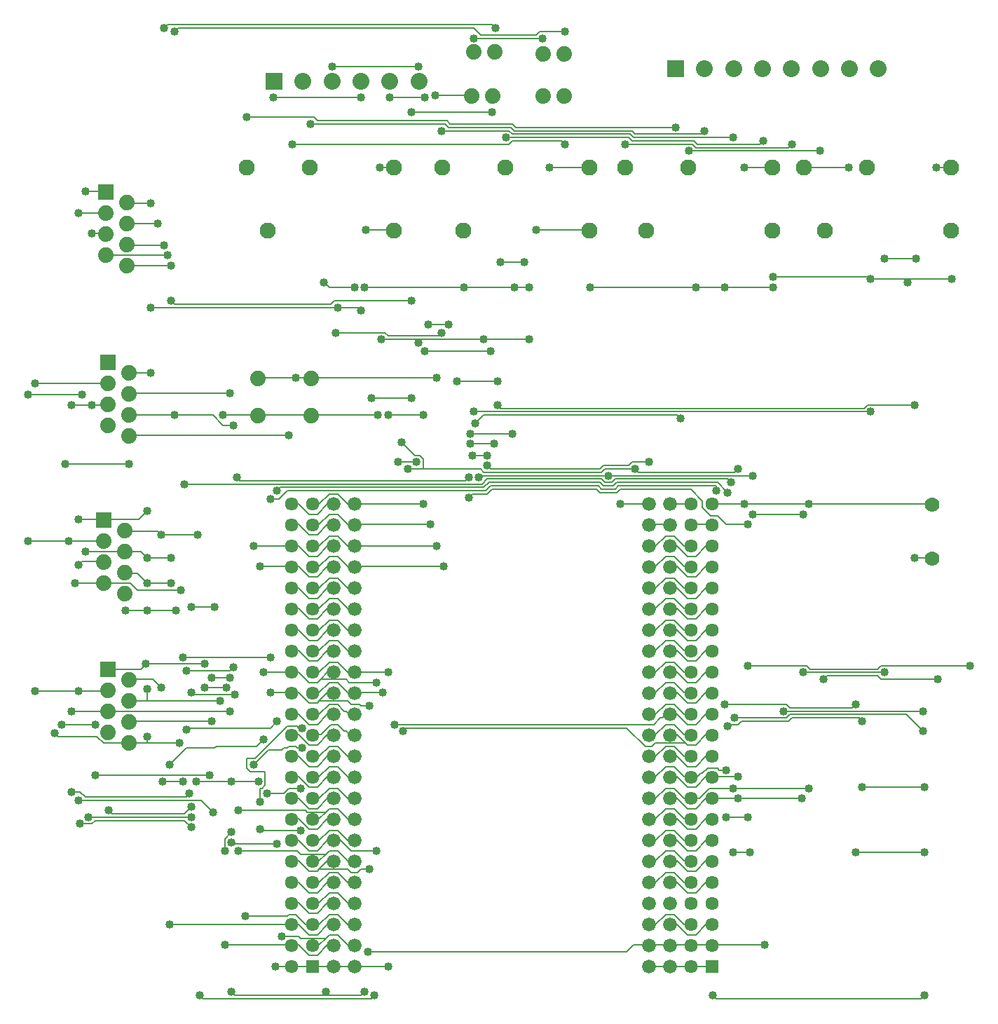
<source format=gbl>
G75*
G70*
%OFA0B0*%
%FSLAX24Y24*%
%IPPOS*%
%LPD*%
%AMOC8*
5,1,8,0,0,1.08239X$1,22.5*
%
%ADD10C,0.0660*%
%ADD11R,0.0800X0.0800*%
%ADD12C,0.0800*%
%ADD13C,0.0740*%
%ADD14C,0.0700*%
%ADD15R,0.0740X0.0740*%
%ADD16C,0.0768*%
%ADD17R,0.0634X0.0634*%
%ADD18C,0.0634*%
%ADD19C,0.0080*%
%ADD20C,0.0400*%
D10*
X017875Y007625D03*
X017875Y008625D03*
X017875Y009625D03*
X017875Y010625D03*
X017875Y011625D03*
X017875Y012625D03*
X017875Y013625D03*
X017875Y014625D03*
X017875Y015625D03*
X017875Y016625D03*
X017875Y017625D03*
X017875Y018625D03*
X017875Y019625D03*
X017875Y020625D03*
X017875Y021625D03*
X017875Y022625D03*
X017875Y023625D03*
X017875Y024625D03*
X017875Y025625D03*
X017875Y026625D03*
X017875Y027625D03*
X017875Y028625D03*
X017875Y029625D03*
X018875Y029625D03*
X018875Y028625D03*
X018875Y027625D03*
X018875Y026625D03*
X018875Y025625D03*
X018875Y024625D03*
X018875Y023625D03*
X018875Y022625D03*
X018875Y021625D03*
X018875Y020625D03*
X018875Y019625D03*
X018875Y018625D03*
X018875Y017625D03*
X018875Y016625D03*
X018875Y015625D03*
X018875Y014625D03*
X018875Y013625D03*
X018875Y012625D03*
X018875Y011625D03*
X018875Y010625D03*
X018875Y009625D03*
X018875Y008625D03*
X018875Y007625D03*
X032875Y007625D03*
X032875Y008625D03*
X032875Y009625D03*
X032875Y010625D03*
X032875Y011625D03*
X032875Y012625D03*
X032875Y013625D03*
X032875Y014625D03*
X032875Y015625D03*
X032875Y016625D03*
X032875Y017625D03*
X032875Y018625D03*
X032875Y019625D03*
X032875Y020625D03*
X032875Y021625D03*
X032875Y022625D03*
X032875Y023625D03*
X032875Y024625D03*
X032875Y025625D03*
X032875Y026625D03*
X032875Y027625D03*
X032875Y028625D03*
X032875Y029625D03*
X033875Y029625D03*
X033875Y028625D03*
X033875Y027625D03*
X033875Y026625D03*
X033875Y025625D03*
X033875Y024625D03*
X033875Y023625D03*
X033875Y022625D03*
X033875Y021625D03*
X033875Y020625D03*
X033875Y019625D03*
X033875Y018625D03*
X033875Y017625D03*
X033875Y016625D03*
X033875Y015625D03*
X033875Y014625D03*
X033875Y013625D03*
X033875Y012625D03*
X033875Y011625D03*
X033875Y010625D03*
X033875Y009625D03*
X033875Y008625D03*
X033875Y007625D03*
D11*
X015025Y049725D03*
X034125Y050325D03*
D12*
X035503Y050325D03*
X036881Y050325D03*
X038259Y050325D03*
X039637Y050325D03*
X041015Y050325D03*
X042393Y050325D03*
X043771Y050325D03*
X021915Y049725D03*
X020537Y049725D03*
X019159Y049725D03*
X017781Y049725D03*
X016403Y049725D03*
D13*
X024425Y049025D03*
X025425Y049025D03*
X025525Y051125D03*
X024525Y051125D03*
X027825Y051025D03*
X028825Y051025D03*
X028825Y049025D03*
X027825Y049025D03*
X016805Y035615D03*
X016805Y033835D03*
X014245Y033835D03*
X014245Y035615D03*
X008125Y035875D03*
X008125Y034875D03*
X008125Y033875D03*
X008125Y032875D03*
X007125Y033375D03*
X007125Y034375D03*
X007125Y035375D03*
X008025Y040975D03*
X008025Y041975D03*
X008025Y042975D03*
X008025Y043975D03*
X007025Y043475D03*
X007025Y042475D03*
X007025Y041475D03*
X007925Y028375D03*
X007925Y027375D03*
X007925Y026375D03*
X007925Y025375D03*
X006925Y025875D03*
X006925Y026875D03*
X006925Y027875D03*
X008125Y021275D03*
X008125Y020275D03*
X008125Y019275D03*
X008125Y018275D03*
X007125Y018775D03*
X007125Y019775D03*
X007125Y020775D03*
D14*
X046325Y027045D03*
X046325Y029605D03*
D15*
X006925Y028875D03*
X007125Y021775D03*
X007125Y036375D03*
X007025Y044475D03*
D16*
X013725Y045625D03*
X016725Y045625D03*
X014725Y042625D03*
X020725Y042625D03*
X020725Y045625D03*
X023025Y045625D03*
X026025Y045625D03*
X024025Y042625D03*
X030025Y042625D03*
X032725Y042625D03*
X031725Y045625D03*
X030025Y045625D03*
X034725Y045625D03*
X038725Y045625D03*
X040225Y045625D03*
X043225Y045625D03*
X041225Y042625D03*
X038725Y042625D03*
X047225Y042625D03*
X047225Y045625D03*
D17*
X035875Y007625D03*
X016875Y007625D03*
D18*
X016875Y008625D03*
X016875Y009625D03*
X016875Y010625D03*
X016875Y011625D03*
X016875Y012625D03*
X016875Y013625D03*
X016875Y014625D03*
X016875Y015625D03*
X016875Y016625D03*
X016875Y017625D03*
X016875Y018625D03*
X016875Y019625D03*
X016875Y020625D03*
X016875Y021625D03*
X016875Y022625D03*
X016875Y023625D03*
X016875Y024625D03*
X016875Y025625D03*
X016875Y026625D03*
X016875Y027625D03*
X016875Y028625D03*
X016875Y029625D03*
X015875Y029625D03*
X015875Y028625D03*
X015875Y027625D03*
X015875Y026625D03*
X015875Y025625D03*
X015875Y024625D03*
X015875Y023625D03*
X015875Y022625D03*
X015875Y021625D03*
X015875Y020625D03*
X015875Y019625D03*
X015875Y018625D03*
X015875Y017625D03*
X015875Y016625D03*
X015875Y015625D03*
X015875Y014625D03*
X015875Y013625D03*
X015875Y012625D03*
X015875Y011625D03*
X015875Y010625D03*
X015875Y009625D03*
X015875Y008625D03*
X015875Y007625D03*
X034875Y007625D03*
X034875Y008625D03*
X034875Y009625D03*
X034875Y010625D03*
X034875Y011625D03*
X034875Y012625D03*
X034875Y013625D03*
X034875Y014625D03*
X034875Y015625D03*
X034875Y016625D03*
X034875Y017625D03*
X034875Y018625D03*
X034875Y019625D03*
X034875Y020625D03*
X034875Y021625D03*
X034875Y022625D03*
X034875Y023625D03*
X034875Y024625D03*
X034875Y025625D03*
X034875Y026625D03*
X034875Y027625D03*
X034875Y028625D03*
X034875Y029625D03*
X035875Y029625D03*
X035875Y028625D03*
X035875Y027625D03*
X035875Y026625D03*
X035875Y025625D03*
X035875Y024625D03*
X035875Y023625D03*
X035875Y022625D03*
X035875Y021625D03*
X035875Y020625D03*
X035875Y019625D03*
X035875Y018625D03*
X035875Y017625D03*
X035875Y016625D03*
X035875Y015625D03*
X035875Y014625D03*
X035875Y013625D03*
X035875Y012625D03*
X035875Y011625D03*
X035875Y010625D03*
X035875Y009625D03*
X035875Y008625D03*
D19*
X035885Y008665D01*
X038365Y008665D01*
X035875Y008625D02*
X035805Y008665D01*
X034925Y008665D01*
X034875Y008625D01*
X034845Y008665D01*
X033885Y008665D01*
X033875Y008625D01*
X033805Y008665D01*
X032925Y008665D01*
X032875Y008625D01*
X032845Y008665D01*
X032125Y008665D01*
X031805Y008345D01*
X019485Y008345D01*
X018875Y008625D02*
X018845Y008665D01*
X018525Y008665D01*
X018045Y009145D01*
X017645Y009145D01*
X017485Y008985D01*
X016285Y008985D01*
X016205Y009065D01*
X015405Y009065D01*
X015805Y008665D02*
X015875Y008625D01*
X015885Y008665D01*
X016205Y008665D01*
X016685Y008185D01*
X017085Y008185D01*
X017565Y008665D01*
X017805Y008665D01*
X017875Y008625D01*
X017485Y008985D02*
X017165Y008665D01*
X016925Y008665D01*
X016875Y008625D01*
X016685Y009145D02*
X016205Y009625D01*
X015875Y009625D01*
X010045Y009625D01*
X012685Y008665D02*
X015805Y008665D01*
X016685Y009145D02*
X017085Y009145D01*
X017565Y009625D01*
X017875Y009625D01*
X018045Y010105D02*
X017645Y010105D01*
X017165Y009625D01*
X016875Y009625D01*
X016525Y009625D01*
X016045Y010105D01*
X015725Y010105D01*
X015645Y010025D01*
X013645Y010025D01*
X015875Y010625D02*
X015885Y010665D01*
X016205Y010665D01*
X016685Y010185D01*
X017085Y010185D01*
X017565Y010665D01*
X017805Y010665D01*
X017875Y010625D01*
X018045Y010105D02*
X018525Y009625D01*
X018875Y009625D01*
X018875Y010625D02*
X018845Y010665D01*
X018525Y010665D01*
X018045Y011145D01*
X017645Y011145D01*
X017165Y010665D01*
X016925Y010665D01*
X016875Y010625D01*
X016685Y011145D02*
X016205Y011625D01*
X015875Y011625D01*
X015875Y012625D02*
X015885Y012665D01*
X016205Y012665D01*
X016685Y012185D01*
X017085Y012185D01*
X017165Y012265D01*
X018525Y012265D01*
X018685Y012105D01*
X019005Y012105D01*
X019165Y012265D01*
X019565Y012265D01*
X018875Y012625D02*
X018845Y012665D01*
X018525Y012665D01*
X018045Y013145D01*
X017645Y013145D01*
X017485Y012985D01*
X016285Y012985D01*
X016125Y013145D01*
X013325Y013145D01*
X013085Y013465D02*
X015165Y013465D01*
X015875Y013625D02*
X016205Y013625D01*
X016685Y013145D01*
X017085Y013145D01*
X017565Y013625D01*
X017875Y013625D01*
X018205Y013625D01*
X018685Y013145D01*
X019885Y013145D01*
X018875Y013625D02*
X018525Y013625D01*
X018045Y014105D01*
X017645Y014105D01*
X017165Y013625D01*
X016875Y013625D01*
X016685Y014185D02*
X016205Y014665D01*
X015885Y014665D01*
X015875Y014625D01*
X016285Y014105D02*
X014445Y014105D01*
X014365Y014185D01*
X013325Y015065D02*
X016525Y015065D01*
X016605Y014985D01*
X017485Y014985D01*
X017645Y015145D01*
X018045Y015145D01*
X018525Y014665D01*
X018845Y014665D01*
X018875Y014625D01*
X018875Y015625D02*
X018525Y015625D01*
X018045Y016105D01*
X017645Y016105D01*
X017165Y015625D01*
X016875Y015625D01*
X016685Y015145D02*
X017085Y015145D01*
X017565Y015625D01*
X017875Y015625D01*
X017485Y014985D02*
X017165Y014665D01*
X016925Y014665D01*
X016875Y014625D01*
X016685Y014185D02*
X017085Y014185D01*
X017565Y014665D01*
X017805Y014665D01*
X017875Y014625D01*
X016685Y015145D02*
X016205Y015625D01*
X015875Y015625D01*
X015485Y015865D02*
X015725Y016105D01*
X016285Y016105D01*
X016685Y016185D02*
X016205Y016665D01*
X015885Y016665D01*
X015875Y016625D01*
X015485Y015865D02*
X014685Y015865D01*
X014445Y016105D02*
X014605Y016265D01*
X014605Y016905D01*
X013885Y016905D01*
X013725Y017065D01*
X013725Y017545D01*
X014125Y017545D01*
X015645Y019065D01*
X016125Y019065D01*
X016205Y018985D01*
X016365Y018985D01*
X016205Y018665D02*
X015885Y018665D01*
X015875Y018625D01*
X016205Y018665D02*
X016685Y018185D01*
X017085Y018185D01*
X017565Y018665D01*
X017805Y018665D01*
X017875Y018625D01*
X018365Y018825D02*
X018045Y019145D01*
X017725Y019145D01*
X017245Y018665D01*
X016925Y018665D01*
X016875Y018625D01*
X016685Y019145D02*
X016205Y019625D01*
X015875Y019625D01*
X015165Y019305D02*
X014845Y018985D01*
X010925Y018985D01*
X010845Y018905D01*
X010525Y018265D02*
X009005Y018265D01*
X009005Y018585D01*
X009005Y018265D02*
X008125Y018265D01*
X008125Y018275D01*
X008125Y018265D02*
X006925Y018265D01*
X006605Y018585D01*
X004765Y018585D01*
X004605Y018745D01*
X004925Y019145D02*
X006525Y019145D01*
X007085Y019785D02*
X007125Y019775D01*
X007165Y019785D01*
X012925Y019785D01*
X012445Y020265D02*
X009005Y020265D01*
X009005Y020825D01*
X009245Y021305D02*
X009645Y020905D01*
X009245Y021305D02*
X008125Y021305D01*
X008125Y021275D01*
X008685Y021785D02*
X007165Y021785D01*
X007125Y021775D01*
X007125Y020775D02*
X007085Y020745D01*
X005725Y020745D01*
X003645Y020745D01*
X005405Y019785D02*
X007085Y019785D01*
X008125Y019305D02*
X008125Y019275D01*
X008125Y019305D02*
X012045Y019305D01*
X012285Y018105D02*
X012205Y018025D01*
X010845Y018025D01*
X010045Y017225D01*
X009725Y016425D02*
X010685Y016425D01*
X011325Y016425D02*
X013005Y016425D01*
X014285Y016425D01*
X014365Y016105D02*
X014445Y016105D01*
X014365Y016105D02*
X014365Y015465D01*
X014045Y017225D02*
X014765Y017945D01*
X015405Y017945D01*
X015485Y018025D01*
X015645Y018025D01*
X015725Y018105D01*
X016045Y018105D01*
X016125Y018025D01*
X016365Y018025D01*
X016205Y017625D02*
X015875Y017625D01*
X016205Y017625D02*
X016685Y017145D01*
X017085Y017145D01*
X017565Y017625D01*
X017875Y017625D01*
X018045Y017145D02*
X017645Y017145D01*
X017165Y016665D01*
X016925Y016665D01*
X016875Y016625D01*
X016685Y016185D02*
X017085Y016185D01*
X017565Y016665D01*
X017805Y016665D01*
X017875Y016625D01*
X018045Y017145D02*
X018525Y016665D01*
X018845Y016665D01*
X018875Y016625D01*
X018875Y017625D02*
X018525Y017625D01*
X018045Y018105D01*
X017645Y018105D01*
X017165Y017625D01*
X016875Y017625D01*
X016685Y019145D02*
X017085Y019145D01*
X017565Y019625D01*
X017875Y019625D01*
X018045Y020105D02*
X018365Y019785D01*
X018445Y019785D01*
X018605Y019625D01*
X018875Y019625D01*
X019165Y020025D02*
X019085Y020105D01*
X018685Y020105D01*
X018525Y020265D01*
X017165Y020265D01*
X017085Y020185D01*
X016685Y020185D01*
X016205Y020665D01*
X015885Y020665D01*
X015875Y020625D01*
X015805Y020665D01*
X014845Y020665D01*
X014525Y021625D02*
X015875Y021625D01*
X016205Y021625D01*
X016685Y021145D01*
X017085Y021145D01*
X017245Y021305D01*
X018445Y021305D01*
X018605Y021145D01*
X019885Y021145D01*
X020205Y020665D02*
X018925Y020665D01*
X018875Y020625D01*
X018845Y020665D01*
X018525Y020665D01*
X018045Y021145D01*
X017645Y021145D01*
X017165Y020665D01*
X016925Y020665D01*
X016875Y020625D01*
X017165Y020265D02*
X017565Y020665D01*
X017805Y020665D01*
X017875Y020625D01*
X018045Y020105D02*
X017645Y020105D01*
X017165Y019625D01*
X016875Y019625D01*
X018365Y018825D02*
X018445Y018825D01*
X018605Y018665D01*
X018845Y018665D01*
X018875Y018625D01*
X019165Y020025D02*
X019565Y020025D01*
X020765Y019145D02*
X033085Y019145D01*
X033405Y019465D01*
X033485Y019465D01*
X033645Y019625D01*
X033875Y019625D01*
X034205Y019625D01*
X034685Y019145D01*
X035085Y019145D01*
X035565Y019625D01*
X035875Y019625D01*
X036445Y020105D02*
X039405Y020105D01*
X039565Y019945D01*
X042525Y019945D01*
X042685Y020105D01*
X042845Y019465D02*
X043005Y019305D01*
X042845Y019465D02*
X039645Y019465D01*
X039485Y019305D01*
X037245Y019305D01*
X037085Y019145D01*
X036685Y019145D01*
X036605Y019065D01*
X036925Y019465D02*
X039405Y019465D01*
X039565Y019625D01*
X045085Y019625D01*
X045885Y018825D01*
X045885Y019785D02*
X039245Y019785D01*
X040205Y021625D02*
X044045Y021625D01*
X043885Y021945D02*
X048125Y021945D01*
X046605Y021305D02*
X043885Y021305D01*
X043725Y021465D01*
X041325Y021465D01*
X041165Y021305D01*
X040525Y021785D02*
X043725Y021785D01*
X043885Y021945D01*
X040525Y021785D02*
X040365Y021945D01*
X037565Y021945D01*
X035875Y021625D02*
X035565Y021625D01*
X035085Y021145D01*
X034685Y021145D01*
X034205Y021625D01*
X033875Y021625D01*
X034045Y021145D02*
X033645Y021145D01*
X033165Y020665D01*
X032925Y020665D01*
X032875Y020625D01*
X032875Y021625D02*
X033165Y021625D01*
X033645Y022105D01*
X034045Y022105D01*
X034525Y021625D01*
X034875Y021625D01*
X034045Y021145D02*
X034525Y020665D01*
X034845Y020665D01*
X034875Y020625D01*
X034685Y020185D02*
X034205Y020665D01*
X033885Y020665D01*
X033875Y020625D01*
X034045Y020105D02*
X033645Y020105D01*
X033165Y019625D01*
X032875Y019625D01*
X033645Y019145D02*
X033165Y018665D01*
X032925Y018665D01*
X032875Y018625D01*
X033165Y018265D02*
X033005Y018105D01*
X032685Y018105D01*
X031805Y018985D01*
X021325Y018985D01*
X021165Y018825D01*
X020445Y021625D02*
X018875Y021625D01*
X018525Y021625D01*
X018045Y022105D01*
X017645Y022105D01*
X017165Y021625D01*
X016875Y021625D01*
X017245Y021305D02*
X017565Y021625D01*
X017875Y021625D01*
X017085Y022185D02*
X016685Y022185D01*
X016205Y022665D01*
X015885Y022665D01*
X015875Y022625D01*
X016685Y023145D02*
X016205Y023625D01*
X015875Y023625D01*
X016685Y023145D02*
X017085Y023145D01*
X017565Y023625D01*
X017875Y023625D01*
X018045Y023145D02*
X017645Y023145D01*
X017165Y022665D01*
X016925Y022665D01*
X016875Y022625D01*
X017085Y022185D02*
X017565Y022665D01*
X017805Y022665D01*
X017875Y022625D01*
X018045Y023145D02*
X018525Y022665D01*
X018845Y022665D01*
X018875Y022625D01*
X018875Y023625D02*
X018525Y023625D01*
X018045Y024105D01*
X017645Y024105D01*
X017165Y023625D01*
X016875Y023625D01*
X016685Y024185D02*
X016205Y024665D01*
X015885Y024665D01*
X015875Y024625D01*
X016685Y024185D02*
X017085Y024185D01*
X017565Y024665D01*
X017805Y024665D01*
X017875Y024625D01*
X018045Y025145D02*
X017645Y025145D01*
X017165Y024665D01*
X016925Y024665D01*
X016875Y024625D01*
X016685Y025145D02*
X016205Y025625D01*
X015875Y025625D01*
X016685Y025145D02*
X017085Y025145D01*
X017565Y025625D01*
X017875Y025625D01*
X018045Y025145D02*
X018525Y024665D01*
X018845Y024665D01*
X018875Y024625D01*
X018875Y025625D02*
X018525Y025625D01*
X018045Y026105D01*
X017645Y026105D01*
X017165Y025625D01*
X016875Y025625D01*
X016685Y026185D02*
X017085Y026185D01*
X017565Y026665D01*
X017805Y026665D01*
X017875Y026625D01*
X018045Y027145D02*
X017645Y027145D01*
X017165Y026665D01*
X016925Y026665D01*
X016875Y026625D01*
X016685Y026185D02*
X016205Y026665D01*
X015885Y026665D01*
X015875Y026625D01*
X015805Y026665D01*
X014365Y026665D01*
X014045Y027625D02*
X015875Y027625D01*
X016205Y027625D01*
X016685Y027145D01*
X017085Y027145D01*
X017565Y027625D01*
X017875Y027625D01*
X018045Y027145D02*
X018525Y026665D01*
X018845Y026665D01*
X018875Y026625D01*
X018925Y026665D01*
X023085Y026665D01*
X022765Y027625D02*
X018875Y027625D01*
X018525Y027625D01*
X018045Y028105D01*
X017645Y028105D01*
X017165Y027625D01*
X016875Y027625D01*
X016685Y028185D02*
X016205Y028665D01*
X015885Y028665D01*
X015875Y028625D01*
X016685Y028185D02*
X017085Y028185D01*
X017565Y028665D01*
X017805Y028665D01*
X017875Y028625D01*
X018045Y029145D02*
X017645Y029145D01*
X017165Y028665D01*
X016925Y028665D01*
X016875Y028625D01*
X016685Y029145D02*
X016205Y029625D01*
X015875Y029625D01*
X015245Y029865D02*
X015645Y030265D01*
X025085Y030265D01*
X025325Y030505D01*
X030445Y030505D01*
X030605Y030345D01*
X031245Y030345D01*
X031405Y030505D01*
X036045Y030505D01*
X036045Y030265D01*
X036125Y030665D02*
X036605Y030185D01*
X036765Y030665D02*
X036605Y030825D01*
X031245Y030825D01*
X031085Y030665D01*
X030765Y030665D01*
X030605Y030825D01*
X025165Y030825D01*
X024925Y030585D01*
X010765Y030585D01*
X009005Y029305D02*
X008605Y028905D01*
X006925Y028905D01*
X006925Y028875D01*
X006925Y028905D02*
X005725Y028905D01*
X005245Y027865D02*
X003325Y027865D01*
X005245Y027865D02*
X006925Y027865D01*
X006925Y027875D01*
X006925Y026905D02*
X005885Y026905D01*
X005725Y026745D01*
X006045Y027385D02*
X007885Y027385D01*
X007925Y027375D01*
X007965Y027385D01*
X008685Y027385D01*
X009005Y027065D01*
X010125Y027065D01*
X010125Y025865D02*
X009005Y025865D01*
X008525Y026345D01*
X007965Y026345D01*
X007925Y026375D01*
X008205Y025865D02*
X006925Y025865D01*
X006925Y025875D01*
X006925Y025865D02*
X005565Y025865D01*
X006925Y026875D02*
X006925Y026905D01*
X008205Y025865D02*
X008525Y025545D01*
X010605Y025545D01*
X011085Y024745D02*
X012205Y024745D01*
X010365Y024585D02*
X009005Y024585D01*
X007965Y024585D01*
X008925Y022025D02*
X008685Y021785D01*
X008925Y022025D02*
X011725Y022025D01*
X012045Y021385D02*
X012925Y021385D01*
X012925Y021705D02*
X013085Y021865D01*
X012925Y021705D02*
X010845Y021705D01*
X010685Y022345D02*
X014845Y022345D01*
X013165Y020585D02*
X011165Y020585D01*
X011085Y020665D01*
X011725Y020905D02*
X012765Y020905D01*
X012285Y018105D02*
X014205Y018105D01*
X014525Y018425D01*
X011965Y016745D02*
X006525Y016745D01*
X005805Y015945D02*
X005405Y015945D01*
X005805Y015945D02*
X006045Y015705D01*
X010845Y015705D01*
X011005Y015865D01*
X011565Y015545D02*
X005725Y015545D01*
X006205Y014745D02*
X011085Y014745D01*
X010765Y014585D02*
X011085Y014265D01*
X010765Y014585D02*
X006525Y014585D01*
X006365Y014425D01*
X005805Y014425D01*
X007165Y015065D02*
X007325Y014905D01*
X010765Y014905D01*
X011085Y015225D01*
X011565Y015545D02*
X012125Y014985D01*
X013005Y014025D02*
X012685Y013705D01*
X012685Y013145D01*
X013085Y013465D02*
X013005Y013545D01*
X016875Y012625D02*
X016925Y012665D01*
X017165Y012665D01*
X017485Y012985D01*
X017565Y012665D02*
X017805Y012665D01*
X017875Y012625D01*
X017565Y012665D02*
X017165Y012265D01*
X017645Y012105D02*
X017165Y011625D01*
X016875Y011625D01*
X016685Y011145D02*
X017085Y011145D01*
X017565Y011625D01*
X017875Y011625D01*
X018045Y012105D02*
X017645Y012105D01*
X018045Y012105D02*
X018525Y011625D01*
X018875Y011625D01*
X018875Y007625D02*
X017875Y007625D01*
X016875Y007625D01*
X015875Y007625D01*
X015085Y007625D01*
X013165Y006265D02*
X013005Y006425D01*
X013165Y006265D02*
X017325Y006265D01*
X019165Y006265D01*
X019325Y006425D01*
X019645Y006105D02*
X011645Y006105D01*
X011485Y006265D01*
X017325Y006265D02*
X017485Y006425D01*
X018875Y007625D02*
X020445Y007625D01*
X019805Y006265D02*
X019645Y006105D01*
X032875Y007625D02*
X033875Y007625D01*
X034875Y007625D01*
X035875Y007625D01*
X035885Y006265D02*
X036045Y006105D01*
X045805Y006105D01*
X045965Y006265D01*
X045965Y013065D02*
X042685Y013065D01*
X040125Y015625D02*
X037085Y015625D01*
X035875Y015625D01*
X035565Y015625D01*
X035085Y015145D01*
X034685Y015145D01*
X034205Y015625D01*
X033875Y015625D01*
X034045Y015145D02*
X033645Y015145D01*
X033165Y014665D01*
X032925Y014665D01*
X032875Y014625D01*
X033645Y014105D02*
X033165Y013625D01*
X032875Y013625D01*
X033645Y013145D02*
X033165Y012665D01*
X032925Y012665D01*
X032875Y012625D01*
X033645Y012105D02*
X033165Y011625D01*
X032875Y011625D01*
X033645Y012105D02*
X034045Y012105D01*
X034525Y011625D01*
X034875Y011625D01*
X034685Y011145D02*
X034205Y011625D01*
X033875Y011625D01*
X033875Y012625D02*
X033885Y012665D01*
X034205Y012665D01*
X034685Y012185D01*
X035085Y012185D01*
X035565Y012665D01*
X035805Y012665D01*
X035875Y012625D01*
X035875Y011625D02*
X035565Y011625D01*
X035085Y011145D01*
X034685Y011145D01*
X034045Y010105D02*
X033645Y010105D01*
X033165Y009625D01*
X032875Y009625D01*
X033875Y009625D02*
X034205Y009625D01*
X034685Y009145D01*
X035085Y009145D01*
X035565Y009625D01*
X035875Y009625D01*
X034875Y009625D02*
X034525Y009625D01*
X034045Y010105D01*
X034875Y012625D02*
X034845Y012665D01*
X034525Y012665D01*
X034045Y013145D01*
X033645Y013145D01*
X033875Y013625D02*
X034205Y013625D01*
X034685Y013145D01*
X035085Y013145D01*
X035565Y013625D01*
X035875Y013625D01*
X035085Y014185D02*
X035565Y014665D01*
X035805Y014665D01*
X035875Y014625D01*
X036525Y014745D02*
X037565Y014745D01*
X036845Y016105D02*
X035725Y016105D01*
X035245Y015625D01*
X034875Y015625D01*
X034525Y015625D01*
X034045Y016105D01*
X033645Y016105D01*
X033165Y015625D01*
X032875Y015625D01*
X032875Y016625D02*
X032925Y016665D01*
X033165Y016665D01*
X033645Y017145D01*
X034045Y017145D01*
X034525Y016665D01*
X034845Y016665D01*
X034875Y016625D01*
X034925Y016665D01*
X035165Y016665D01*
X035325Y016825D01*
X035405Y016825D01*
X035645Y017065D01*
X036125Y017065D01*
X036205Y016985D01*
X036525Y016985D01*
X037085Y016665D02*
X035885Y016665D01*
X035875Y016625D01*
X035805Y016665D01*
X035565Y016665D01*
X035085Y016185D01*
X034685Y016185D01*
X034205Y016665D01*
X033885Y016665D01*
X033875Y016625D01*
X034685Y017145D02*
X034205Y017625D01*
X033875Y017625D01*
X034045Y018105D02*
X033645Y018105D01*
X033165Y017625D01*
X032875Y017625D01*
X033165Y018265D02*
X034605Y018265D01*
X034685Y018185D01*
X035085Y018185D01*
X035565Y018665D01*
X035805Y018665D01*
X035875Y018625D01*
X035875Y017625D02*
X035565Y017625D01*
X035085Y017145D01*
X034685Y017145D01*
X034525Y017625D02*
X034045Y018105D01*
X033875Y018625D02*
X033885Y018665D01*
X034205Y018665D01*
X034605Y018265D01*
X034525Y018665D02*
X034045Y019145D01*
X033645Y019145D01*
X034525Y018665D02*
X034845Y018665D01*
X034875Y018625D01*
X034875Y017625D02*
X034525Y017625D01*
X034525Y019625D02*
X034045Y020105D01*
X034525Y019625D02*
X034875Y019625D01*
X034685Y020185D02*
X035085Y020185D01*
X035565Y020665D01*
X035805Y020665D01*
X035875Y020625D01*
X035085Y022185D02*
X034685Y022185D01*
X034205Y022665D01*
X033885Y022665D01*
X033875Y022625D01*
X034045Y023145D02*
X033645Y023145D01*
X033165Y022665D01*
X032925Y022665D01*
X032875Y022625D01*
X032875Y023625D02*
X033165Y023625D01*
X033645Y024105D01*
X034045Y024105D01*
X034525Y023625D01*
X034875Y023625D01*
X034685Y023145D02*
X034205Y023625D01*
X033875Y023625D01*
X034045Y023145D02*
X034525Y022665D01*
X034845Y022665D01*
X034875Y022625D01*
X035085Y022185D02*
X035565Y022665D01*
X035805Y022665D01*
X035875Y022625D01*
X035085Y023145D02*
X035565Y023625D01*
X035875Y023625D01*
X035085Y023145D02*
X034685Y023145D01*
X034685Y024185D02*
X034205Y024665D01*
X033885Y024665D01*
X033875Y024625D01*
X034045Y025145D02*
X033645Y025145D01*
X033165Y024665D01*
X032925Y024665D01*
X032875Y024625D01*
X032875Y025625D02*
X033165Y025625D01*
X033645Y026105D01*
X034045Y026105D01*
X034525Y025625D01*
X034875Y025625D01*
X034685Y025145D02*
X034205Y025625D01*
X033875Y025625D01*
X034045Y025145D02*
X034525Y024665D01*
X034845Y024665D01*
X034875Y024625D01*
X034685Y024185D02*
X035085Y024185D01*
X035565Y024665D01*
X035805Y024665D01*
X035875Y024625D01*
X035085Y025145D02*
X035565Y025625D01*
X035875Y025625D01*
X035085Y025145D02*
X034685Y025145D01*
X034685Y026185D02*
X034205Y026665D01*
X033885Y026665D01*
X033875Y026625D01*
X034045Y027145D02*
X033645Y027145D01*
X033165Y026665D01*
X032925Y026665D01*
X032875Y026625D01*
X032875Y027625D02*
X033165Y027625D01*
X033645Y028105D01*
X034045Y028105D01*
X034525Y027625D01*
X034875Y027625D01*
X034685Y027145D02*
X034205Y027625D01*
X033875Y027625D01*
X034045Y027145D02*
X034525Y026665D01*
X034845Y026665D01*
X034875Y026625D01*
X034685Y026185D02*
X035085Y026185D01*
X035565Y026665D01*
X035805Y026665D01*
X035875Y026625D01*
X035085Y027145D02*
X035565Y027625D01*
X035875Y027625D01*
X035085Y027145D02*
X034685Y027145D01*
X034875Y028625D02*
X034925Y028665D01*
X035805Y028665D01*
X035875Y028625D01*
X035805Y029065D02*
X035405Y029465D01*
X035405Y029785D01*
X034845Y030345D01*
X031485Y030345D01*
X031325Y030185D01*
X030525Y030185D01*
X030365Y030345D01*
X025405Y030345D01*
X025165Y030105D01*
X024445Y030105D01*
X024285Y029945D01*
X024125Y030745D02*
X024285Y030905D01*
X024125Y030745D02*
X013405Y030745D01*
X013245Y030905D01*
X014845Y029865D02*
X015245Y029865D01*
X015165Y030265D02*
X015325Y030425D01*
X025005Y030425D01*
X025245Y030665D01*
X030525Y030665D01*
X030685Y030505D01*
X031165Y030505D01*
X031325Y030665D01*
X036125Y030665D01*
X036925Y031145D02*
X037085Y031305D01*
X036925Y031145D02*
X032365Y031145D01*
X032205Y031305D01*
X030765Y031305D01*
X030605Y031145D01*
X025005Y031145D01*
X024845Y031305D01*
X022125Y031305D01*
X022125Y031785D01*
X021965Y031945D01*
X021725Y031945D01*
X021085Y032585D01*
X020925Y031625D02*
X021805Y031625D01*
X022125Y031305D02*
X021405Y031305D01*
X022125Y029625D02*
X018875Y029625D01*
X018525Y029625D01*
X018045Y030105D01*
X017645Y030105D01*
X017165Y029625D01*
X016875Y029625D01*
X016685Y029145D02*
X017085Y029145D01*
X017565Y029625D01*
X017875Y029625D01*
X018045Y029145D02*
X018525Y028665D01*
X018845Y028665D01*
X018875Y028625D01*
X018925Y028665D01*
X022445Y028665D01*
X024765Y030905D02*
X024845Y030985D01*
X030925Y030985D01*
X037805Y030985D01*
X037405Y029625D02*
X040445Y029625D01*
X046285Y029625D01*
X046325Y029605D01*
X046285Y027065D02*
X045485Y027065D01*
X046285Y027065D02*
X046325Y027045D01*
X040205Y029145D02*
X037805Y029145D01*
X037565Y028665D02*
X036525Y028665D01*
X036125Y029065D01*
X035805Y029065D01*
X035875Y029625D02*
X037405Y029625D01*
X034875Y029625D02*
X033875Y029625D01*
X033805Y028665D02*
X032925Y028665D01*
X032875Y028625D01*
X033805Y028665D02*
X033875Y028625D01*
X032875Y029625D02*
X031485Y029625D01*
X031885Y031465D02*
X030685Y031465D01*
X030525Y031305D01*
X025325Y031305D01*
X025165Y031465D01*
X025165Y031945D02*
X024445Y031945D01*
X024365Y032505D02*
X025485Y032505D01*
X026365Y032985D02*
X024365Y032985D01*
X024605Y033465D02*
X025005Y033865D01*
X034205Y033865D01*
X034365Y033705D01*
X032845Y031625D02*
X032045Y031625D01*
X031885Y031465D01*
X027165Y037465D02*
X025005Y037465D01*
X021885Y037465D01*
X021885Y037305D01*
X021885Y037465D02*
X020125Y037465D01*
X020285Y037785D02*
X017965Y037785D01*
X018045Y038985D02*
X009165Y038985D01*
X010125Y039305D02*
X010285Y039145D01*
X017725Y039145D01*
X017885Y039305D01*
X021565Y039305D01*
X022365Y038185D02*
X023325Y038185D01*
X023005Y037785D02*
X022845Y037625D01*
X020445Y037625D01*
X020285Y037785D01*
X019165Y038825D02*
X019005Y038985D01*
X018045Y038985D01*
X017645Y039945D02*
X018845Y039945D01*
X019325Y039945D02*
X024045Y039945D01*
X026445Y039945D01*
X027165Y039945D01*
X026925Y041145D02*
X025805Y041145D01*
X027485Y042665D02*
X029965Y042665D01*
X030025Y042625D01*
X030045Y039945D02*
X035085Y039945D01*
X036445Y039945D01*
X038765Y039945D01*
X038765Y040425D02*
X043325Y040425D01*
X043405Y040345D01*
X045005Y040345D01*
X047245Y040345D01*
X045565Y041305D02*
X044045Y041305D01*
X045005Y040345D02*
X045165Y040185D01*
X046525Y045625D02*
X047225Y045625D01*
X042365Y045625D02*
X040225Y045625D01*
X041005Y046425D02*
X034765Y046425D01*
X035085Y046585D02*
X039485Y046585D01*
X039645Y046745D01*
X038725Y045625D02*
X037405Y045625D01*
X038125Y046745D02*
X038285Y046905D01*
X038125Y046745D02*
X035165Y046745D01*
X035005Y046905D01*
X032045Y046905D01*
X031885Y047065D01*
X026045Y047065D01*
X026365Y047225D02*
X031965Y047225D01*
X032125Y047065D01*
X036845Y047065D01*
X035485Y047385D02*
X035325Y047225D01*
X032205Y047225D01*
X032045Y047385D01*
X026445Y047385D01*
X026285Y047545D01*
X023325Y047545D01*
X023165Y047705D01*
X016765Y047705D01*
X017085Y047865D02*
X016925Y048025D01*
X013725Y048025D01*
X015005Y048985D02*
X019165Y048985D01*
X020525Y048985D02*
X022205Y048985D01*
X022685Y049065D02*
X024365Y049065D01*
X024425Y049025D01*
X025405Y048265D02*
X021565Y048265D01*
X023005Y047385D02*
X026205Y047385D01*
X026365Y047225D01*
X026365Y046905D02*
X026205Y046745D01*
X015885Y046745D01*
X017085Y047865D02*
X023245Y047865D01*
X023405Y047705D01*
X026365Y047705D01*
X026525Y047545D01*
X034125Y047545D01*
X034925Y046745D02*
X035085Y046585D01*
X034925Y046745D02*
X031725Y046745D01*
X030025Y045625D02*
X028125Y045625D01*
X028845Y046745D02*
X028685Y046905D01*
X026365Y046905D01*
X021885Y050425D02*
X017805Y050425D01*
X020045Y045625D02*
X020725Y045625D01*
X020685Y042665D02*
X019405Y042665D01*
X020685Y042665D02*
X020725Y042625D01*
X017645Y039945D02*
X017405Y040185D01*
X016845Y035625D02*
X016805Y035615D01*
X016765Y035625D01*
X016045Y035625D01*
X014285Y035625D01*
X014245Y035615D01*
X012925Y034905D02*
X008125Y034905D01*
X008125Y034875D01*
X008125Y035865D02*
X008125Y035875D01*
X008125Y035865D02*
X009165Y035865D01*
X008125Y033875D02*
X008125Y033865D01*
X010285Y033865D01*
X012125Y033865D01*
X012605Y033385D01*
X013085Y033385D01*
X012605Y033865D02*
X014205Y033865D01*
X014245Y033835D01*
X014285Y033865D01*
X016765Y033865D01*
X016805Y033835D01*
X016845Y033865D01*
X019965Y033865D01*
X020445Y033865D02*
X022125Y033865D01*
X021565Y034665D02*
X019645Y034665D01*
X016845Y035625D02*
X022765Y035625D01*
X023725Y035465D02*
X025645Y035465D01*
X025645Y034345D02*
X025805Y034185D01*
X043085Y034185D01*
X043245Y034345D01*
X045485Y034345D01*
X043405Y034025D02*
X024525Y034025D01*
X025325Y036905D02*
X022205Y036905D01*
X015725Y032905D02*
X008125Y032905D01*
X008125Y032875D01*
X008125Y031545D02*
X005085Y031545D01*
X005405Y034345D02*
X006365Y034345D01*
X007085Y034345D01*
X007125Y034375D01*
X007125Y035375D02*
X007085Y035385D01*
X003645Y035385D01*
X003325Y034825D02*
X005885Y034825D01*
X008025Y040975D02*
X008045Y040985D01*
X010125Y040985D01*
X009965Y041465D02*
X007085Y041465D01*
X007025Y041475D01*
X007025Y042475D02*
X007005Y042505D01*
X006365Y042505D01*
X005725Y043465D02*
X007005Y043465D01*
X007025Y043475D01*
X007025Y044475D02*
X007005Y044505D01*
X006045Y044505D01*
X008025Y043975D02*
X008045Y043945D01*
X009165Y043945D01*
X009485Y042985D02*
X008045Y042985D01*
X008025Y042975D01*
X008025Y041975D02*
X008045Y041945D01*
X009805Y041945D01*
X010285Y052105D02*
X010445Y052265D01*
X024525Y052265D01*
X024845Y051945D01*
X027485Y051945D01*
X027645Y052105D01*
X028845Y052105D01*
X027805Y051785D02*
X024525Y051785D01*
X025405Y052425D02*
X009965Y052425D01*
X009805Y052265D01*
X025405Y052425D02*
X025565Y052265D01*
X011405Y028185D02*
X009645Y028185D01*
X009485Y028345D01*
X007965Y028345D01*
X007925Y028375D01*
X008125Y020275D02*
X008125Y020265D01*
X009005Y020265D01*
X033645Y014105D02*
X034045Y014105D01*
X034525Y013625D01*
X034875Y013625D01*
X034685Y014185D02*
X034205Y014665D01*
X033885Y014665D01*
X033875Y014625D01*
X034045Y015145D02*
X034525Y014665D01*
X034845Y014665D01*
X034875Y014625D01*
X034685Y014185D02*
X035085Y014185D01*
X036845Y013065D02*
X037645Y013065D01*
X036845Y016105D02*
X040445Y016105D01*
X043005Y016185D02*
X045965Y016185D01*
D20*
X010045Y009625D03*
X012685Y008665D03*
X013645Y010025D03*
X015405Y009065D03*
X015085Y007625D03*
X013005Y006425D03*
X011485Y006265D03*
X017485Y006425D03*
X019325Y006425D03*
X019805Y006265D03*
X020445Y007625D03*
X019485Y008345D03*
X019565Y012265D03*
X019885Y013145D03*
X016285Y014105D03*
X015165Y013465D03*
X014365Y014185D03*
X013325Y015065D03*
X013005Y014025D03*
X013005Y013545D03*
X012685Y013145D03*
X013325Y013145D03*
X012125Y014985D03*
X011085Y014745D03*
X011085Y014265D03*
X011085Y015225D03*
X011005Y015865D03*
X010685Y016425D03*
X011325Y016425D03*
X011965Y016745D03*
X013005Y016425D03*
X014285Y016425D03*
X014685Y015865D03*
X014365Y015465D03*
X014045Y017225D03*
X014525Y018425D03*
X015165Y019305D03*
X016365Y018985D03*
X016365Y018025D03*
X016285Y016105D03*
X012925Y019785D03*
X012445Y020265D03*
X012765Y020905D03*
X012925Y021385D03*
X013085Y021865D03*
X012045Y021385D03*
X011725Y020905D03*
X011085Y020665D03*
X010845Y021705D03*
X010685Y022345D03*
X011725Y022025D03*
X013165Y020585D03*
X014845Y020665D03*
X014525Y021625D03*
X014845Y022345D03*
X012205Y024745D03*
X011085Y024745D03*
X010365Y024585D03*
X010605Y025545D03*
X010125Y025865D03*
X009005Y025865D03*
X009005Y027065D03*
X010125Y027065D03*
X009645Y028185D03*
X009005Y029305D03*
X010765Y030585D03*
X011405Y028185D03*
X014045Y027625D03*
X014365Y026665D03*
X014845Y029865D03*
X015165Y030265D03*
X013245Y030905D03*
X013085Y033385D03*
X012605Y033865D03*
X012925Y034905D03*
X010285Y033865D03*
X009165Y035865D03*
X006365Y034345D03*
X005885Y034825D03*
X005405Y034345D03*
X003645Y035385D03*
X003325Y034825D03*
X005085Y031545D03*
X005725Y028905D03*
X005245Y027865D03*
X006045Y027385D03*
X005725Y026745D03*
X005565Y025865D03*
X003325Y027865D03*
X007965Y024585D03*
X009005Y024585D03*
X008925Y022025D03*
X009005Y020825D03*
X009645Y020905D03*
X010845Y018905D03*
X010525Y018265D03*
X010045Y017225D03*
X009725Y016425D03*
X009005Y018585D03*
X006525Y019145D03*
X005405Y019785D03*
X004925Y019145D03*
X004605Y018745D03*
X003645Y020745D03*
X005725Y020745D03*
X006525Y016745D03*
X005405Y015945D03*
X005725Y015545D03*
X006205Y014745D03*
X005805Y014425D03*
X007165Y015065D03*
X012045Y019305D03*
X019565Y020025D03*
X020205Y020665D03*
X019885Y021145D03*
X020445Y021625D03*
X020765Y019145D03*
X021165Y018825D03*
X023085Y026665D03*
X022765Y027625D03*
X022445Y028665D03*
X022125Y029625D03*
X021405Y031305D03*
X021805Y031625D03*
X020925Y031625D03*
X021085Y032585D03*
X020445Y033865D03*
X019965Y033865D03*
X019645Y034665D03*
X021565Y034665D03*
X022125Y033865D03*
X022765Y035625D03*
X023725Y035465D03*
X024525Y034025D03*
X024605Y033465D03*
X024365Y032985D03*
X024365Y032505D03*
X024445Y031945D03*
X025165Y031945D03*
X025165Y031465D03*
X024765Y030905D03*
X024285Y030905D03*
X024285Y029945D03*
X025485Y032505D03*
X026365Y032985D03*
X025645Y034345D03*
X025645Y035465D03*
X025325Y036905D03*
X025005Y037465D03*
X023325Y038185D03*
X023005Y037785D03*
X022365Y038185D03*
X021885Y037305D03*
X022205Y036905D03*
X020125Y037465D03*
X019165Y038825D03*
X019325Y039945D03*
X018845Y039945D03*
X018045Y038985D03*
X017965Y037785D03*
X016045Y035625D03*
X015725Y032905D03*
X010125Y039305D03*
X009165Y038985D03*
X010125Y040985D03*
X009965Y041465D03*
X009805Y041945D03*
X009485Y042985D03*
X009165Y043945D03*
X006365Y042505D03*
X005725Y043465D03*
X006045Y044505D03*
X010285Y052105D03*
X009805Y052265D03*
X013725Y048025D03*
X015005Y048985D03*
X016765Y047705D03*
X015885Y046745D03*
X019165Y048985D03*
X020525Y048985D03*
X021565Y048265D03*
X022205Y048985D03*
X022685Y049065D03*
X021885Y050425D03*
X024525Y051785D03*
X025565Y052265D03*
X027805Y051785D03*
X028845Y052105D03*
X025405Y048265D03*
X026045Y047065D03*
X028125Y045625D03*
X028845Y046745D03*
X031725Y046745D03*
X034125Y047545D03*
X034765Y046425D03*
X035485Y047385D03*
X036845Y047065D03*
X038285Y046905D03*
X037405Y045625D03*
X039645Y046745D03*
X041005Y046425D03*
X042365Y045625D03*
X046525Y045625D03*
X045565Y041305D03*
X045165Y040185D03*
X044045Y041305D03*
X043405Y040345D03*
X047245Y040345D03*
X045485Y034345D03*
X043405Y034025D03*
X040445Y029625D03*
X040205Y029145D03*
X037805Y029145D03*
X037565Y028665D03*
X037405Y029625D03*
X036605Y030185D03*
X036765Y030665D03*
X037085Y031305D03*
X037805Y030985D03*
X036045Y030265D03*
X032845Y031625D03*
X032205Y031305D03*
X030925Y030985D03*
X031485Y029625D03*
X034365Y033705D03*
X035085Y039945D03*
X036445Y039945D03*
X038765Y039945D03*
X038765Y040425D03*
X030045Y039945D03*
X027485Y042665D03*
X026925Y041145D03*
X027165Y039945D03*
X026445Y039945D03*
X025805Y041145D03*
X024045Y039945D03*
X021565Y039305D03*
X019405Y042665D03*
X017405Y040185D03*
X020045Y045625D03*
X023005Y047385D03*
X017805Y050425D03*
X027165Y037465D03*
X037565Y021945D03*
X036445Y020105D03*
X036925Y019465D03*
X036605Y019065D03*
X036525Y016985D03*
X037085Y016665D03*
X036845Y016105D03*
X037085Y015625D03*
X037565Y014745D03*
X036525Y014745D03*
X036845Y013065D03*
X037645Y013065D03*
X040125Y015625D03*
X040445Y016105D03*
X043005Y016185D03*
X045965Y016185D03*
X045885Y018825D03*
X045885Y019785D03*
X046605Y021305D03*
X048125Y021945D03*
X044045Y021625D03*
X042685Y020105D03*
X043005Y019305D03*
X041165Y021305D03*
X040205Y021625D03*
X039245Y019785D03*
X042685Y013065D03*
X045965Y013065D03*
X045965Y006265D03*
X038365Y008665D03*
X035885Y006265D03*
X045485Y027065D03*
X008125Y031545D03*
M02*

</source>
